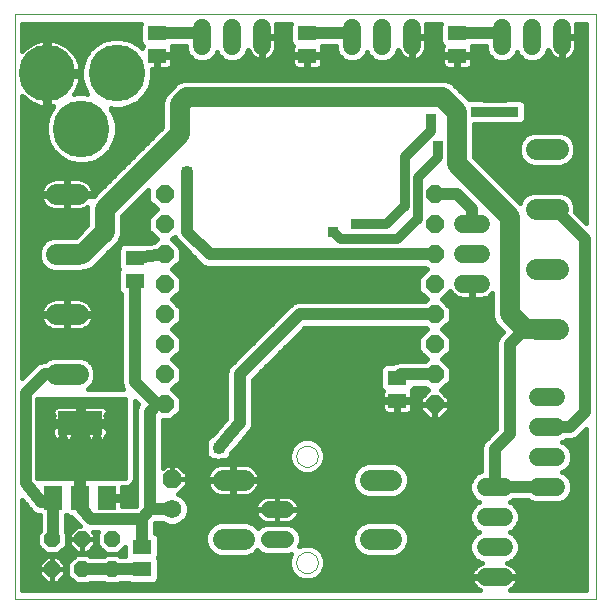
<source format=gbl>
G75*
%MOIN*%
%OFA0B0*%
%FSLAX24Y24*%
%IPPOS*%
%LPD*%
%AMOC8*
5,1,8,0,0,1.08239X$1,22.5*
%
%ADD10C,0.0000*%
%ADD11OC8,0.0520*%
%ADD12OC8,0.0620*%
%ADD13C,0.0620*%
%ADD14C,0.0560*%
%ADD15R,0.0630X0.0512*%
%ADD16C,0.0705*%
%ADD17C,0.0600*%
%ADD18OC8,0.0594*%
%ADD19C,0.1890*%
%ADD20R,0.0591X0.0787*%
%ADD21R,0.1496X0.0787*%
%ADD22C,0.0400*%
%ADD23C,0.0160*%
%ADD24R,0.0356X0.0356*%
%ADD25C,0.0320*%
%ADD26C,0.0660*%
%ADD27C,0.0317*%
D10*
X002107Y000113D02*
X002107Y019609D01*
X021477Y019609D01*
X021477Y000113D01*
X002107Y000113D01*
X011502Y001343D02*
X011504Y001380D01*
X011510Y001417D01*
X011519Y001453D01*
X011533Y001487D01*
X011550Y001520D01*
X011570Y001552D01*
X011593Y001581D01*
X011619Y001607D01*
X011648Y001630D01*
X011679Y001650D01*
X011713Y001667D01*
X011747Y001681D01*
X011783Y001690D01*
X011820Y001696D01*
X011857Y001698D01*
X011894Y001696D01*
X011931Y001690D01*
X011967Y001681D01*
X012001Y001667D01*
X012034Y001650D01*
X012066Y001630D01*
X012095Y001607D01*
X012121Y001581D01*
X012144Y001552D01*
X012164Y001521D01*
X012181Y001487D01*
X012195Y001453D01*
X012204Y001417D01*
X012210Y001380D01*
X012212Y001343D01*
X012210Y001306D01*
X012204Y001269D01*
X012195Y001233D01*
X012181Y001199D01*
X012164Y001166D01*
X012144Y001134D01*
X012121Y001105D01*
X012095Y001079D01*
X012066Y001056D01*
X012035Y001036D01*
X012001Y001019D01*
X011967Y001005D01*
X011931Y000996D01*
X011894Y000990D01*
X011857Y000988D01*
X011820Y000990D01*
X011783Y000996D01*
X011747Y001005D01*
X011713Y001019D01*
X011680Y001036D01*
X011648Y001056D01*
X011619Y001079D01*
X011593Y001105D01*
X011570Y001134D01*
X011550Y001165D01*
X011533Y001199D01*
X011519Y001233D01*
X011510Y001269D01*
X011504Y001306D01*
X011502Y001343D01*
X011502Y004883D02*
X011504Y004920D01*
X011510Y004957D01*
X011519Y004993D01*
X011533Y005027D01*
X011550Y005060D01*
X011570Y005092D01*
X011593Y005121D01*
X011619Y005147D01*
X011648Y005170D01*
X011679Y005190D01*
X011713Y005207D01*
X011747Y005221D01*
X011783Y005230D01*
X011820Y005236D01*
X011857Y005238D01*
X011894Y005236D01*
X011931Y005230D01*
X011967Y005221D01*
X012001Y005207D01*
X012034Y005190D01*
X012066Y005170D01*
X012095Y005147D01*
X012121Y005121D01*
X012144Y005092D01*
X012164Y005061D01*
X012181Y005027D01*
X012195Y004993D01*
X012204Y004957D01*
X012210Y004920D01*
X012212Y004883D01*
X012210Y004846D01*
X012204Y004809D01*
X012195Y004773D01*
X012181Y004739D01*
X012164Y004706D01*
X012144Y004674D01*
X012121Y004645D01*
X012095Y004619D01*
X012066Y004596D01*
X012035Y004576D01*
X012001Y004559D01*
X011967Y004545D01*
X011931Y004536D01*
X011894Y004530D01*
X011857Y004528D01*
X011820Y004530D01*
X011783Y004536D01*
X011747Y004545D01*
X011713Y004559D01*
X011680Y004576D01*
X011648Y004596D01*
X011619Y004619D01*
X011593Y004645D01*
X011570Y004674D01*
X011550Y004705D01*
X011533Y004739D01*
X011519Y004773D01*
X011510Y004809D01*
X011504Y004846D01*
X011502Y004883D01*
D11*
X005357Y002113D03*
X004357Y002113D03*
X003357Y002113D03*
X003357Y001113D03*
X004357Y001113D03*
X005357Y001113D03*
D12*
X007357Y004113D03*
D13*
X007357Y003113D03*
D14*
X010577Y003113D02*
X011137Y003113D01*
X011137Y002113D02*
X010577Y002113D01*
D15*
X006357Y001862D03*
X006357Y001113D03*
X014857Y006738D03*
X014857Y007487D03*
X006107Y010738D03*
X006107Y011487D03*
X006857Y018238D03*
X006857Y018987D03*
X011857Y018987D03*
X011857Y018238D03*
X016857Y018238D03*
X016857Y018987D03*
D16*
X019505Y015113D02*
X020210Y015113D01*
X020210Y013113D02*
X019505Y013113D01*
X019505Y011113D02*
X020210Y011113D01*
X020210Y009113D02*
X019505Y009113D01*
X014670Y004093D02*
X013965Y004093D01*
X013965Y002133D02*
X014670Y002133D01*
X009750Y002133D02*
X009045Y002133D01*
X009045Y004093D02*
X009750Y004093D01*
X004210Y007613D02*
X003505Y007613D01*
X003505Y009613D02*
X004210Y009613D01*
X004210Y011613D02*
X003505Y011613D01*
X003505Y013613D02*
X004210Y013613D01*
D17*
X008357Y018563D02*
X008357Y019163D01*
X009357Y019163D02*
X009357Y018563D01*
X010357Y018563D02*
X010357Y019163D01*
X013357Y019163D02*
X013357Y018563D01*
X014357Y018563D02*
X014357Y019163D01*
X015357Y019163D02*
X015357Y018563D01*
X018357Y018563D02*
X018357Y019163D01*
X019357Y019163D02*
X019357Y018563D01*
X020357Y018563D02*
X020357Y019163D01*
X017657Y012613D02*
X017057Y012613D01*
X017057Y011613D02*
X017657Y011613D01*
X017657Y010613D02*
X017057Y010613D01*
X019557Y006863D02*
X020157Y006863D01*
X020157Y005863D02*
X019557Y005863D01*
X019557Y004863D02*
X020157Y004863D01*
X020157Y003863D02*
X019557Y003863D01*
X018407Y003863D02*
X017807Y003863D01*
X017807Y002863D02*
X018407Y002863D01*
X018407Y001863D02*
X017807Y001863D01*
X017807Y000863D02*
X018407Y000863D01*
D18*
X016107Y006613D03*
X016107Y007613D03*
X016107Y008613D03*
X016107Y009613D03*
X016107Y010613D03*
X016107Y011613D03*
X016107Y012613D03*
X016107Y013613D03*
X007107Y013613D03*
X007107Y012613D03*
X007107Y011613D03*
X007107Y010613D03*
X007107Y009613D03*
X007107Y008613D03*
X007107Y007613D03*
X007107Y006613D03*
D19*
X004334Y015801D03*
X003192Y017652D03*
X005515Y017652D03*
D20*
X005200Y003497D03*
X004295Y003497D03*
X003389Y003497D03*
D21*
X004295Y005978D03*
D22*
X004295Y003497D01*
X004357Y003133D01*
X004347Y003123D01*
X004670Y002800D01*
X006357Y002800D01*
X006607Y003113D01*
X006607Y006363D01*
X006857Y006613D01*
X007107Y006613D01*
X006857Y006613D02*
X006107Y007363D01*
X006107Y010738D01*
X006107Y011487D02*
X007107Y011613D01*
X007857Y012363D02*
X008607Y011613D01*
X016107Y011613D01*
X017357Y012613D02*
X017357Y013113D01*
X016857Y013613D01*
X016107Y013613D01*
X020107Y013113D02*
X021107Y012113D01*
X021107Y006363D01*
X020607Y005863D01*
X019857Y005863D01*
X018607Y005613D02*
X018107Y005113D01*
X018107Y003863D01*
X019857Y003863D01*
X018607Y005613D02*
X018607Y008613D01*
X019107Y009113D01*
X016107Y009613D02*
X011607Y009613D01*
X009607Y007613D01*
X009607Y005988D01*
X009295Y005613D01*
X008920Y005175D01*
X007357Y003113D02*
X006607Y003113D01*
X006357Y002800D02*
X006357Y001862D01*
X006357Y001113D02*
X005483Y001113D01*
X005232Y001113D01*
X004357Y001113D01*
X003357Y002113D02*
X003385Y002328D01*
X003389Y002332D01*
X003389Y003497D01*
X003452Y003377D01*
X003437Y003363D01*
X002982Y003363D01*
X002482Y003988D01*
X002482Y006988D01*
X003107Y007613D01*
X003857Y007613D01*
X007857Y012363D02*
X007857Y014363D01*
X008357Y018863D02*
X008233Y018987D01*
X006857Y018987D01*
X011857Y018987D02*
X013233Y018988D01*
X013357Y018863D01*
X016857Y018987D02*
X018233Y018987D01*
X018357Y018863D01*
X016107Y007613D02*
X014981Y007613D01*
X014857Y007487D01*
D23*
X014302Y007562D02*
X010179Y007562D01*
X010047Y007430D02*
X011790Y009173D01*
X015788Y009173D01*
X015848Y009113D01*
X015570Y008835D01*
X015570Y008390D01*
X015848Y008113D01*
X015788Y008052D01*
X015067Y008052D01*
X015065Y008053D01*
X014980Y008052D01*
X014894Y008052D01*
X014892Y008052D01*
X014890Y008052D01*
X014811Y008018D01*
X014732Y007986D01*
X014731Y007984D01*
X014729Y007984D01*
X014728Y007982D01*
X014495Y007982D01*
X014406Y007946D01*
X014339Y007878D01*
X014302Y007790D01*
X014302Y007183D01*
X014339Y007095D01*
X014374Y007060D01*
X014362Y007018D01*
X014362Y006786D01*
X014809Y006786D01*
X014809Y006691D01*
X014362Y006691D01*
X014362Y006459D01*
X014375Y006413D01*
X014398Y006372D01*
X014432Y006339D01*
X014473Y006315D01*
X014519Y006303D01*
X014809Y006303D01*
X014809Y006691D01*
X014905Y006691D01*
X014905Y006786D01*
X015352Y006786D01*
X015352Y007018D01*
X015341Y007060D01*
X015376Y007095D01*
X015408Y007173D01*
X015788Y007173D01*
X015885Y007076D01*
X015896Y007076D01*
X015630Y006810D01*
X015630Y006631D01*
X016089Y006631D01*
X016089Y006594D01*
X016126Y006594D01*
X016126Y006631D01*
X016584Y006631D01*
X016584Y006810D01*
X016318Y007076D01*
X016330Y007076D01*
X016644Y007390D01*
X016644Y007835D01*
X016367Y008113D01*
X016644Y008390D01*
X016644Y008835D01*
X016367Y009113D01*
X016644Y009390D01*
X016644Y009835D01*
X016367Y010113D01*
X016636Y010382D01*
X016647Y010361D01*
X016691Y010300D01*
X016745Y010246D01*
X016806Y010202D01*
X016873Y010168D01*
X016945Y010144D01*
X017020Y010133D01*
X017337Y010133D01*
X017337Y010592D01*
X017377Y010592D01*
X017377Y010132D01*
X017695Y010133D01*
X017770Y010144D01*
X017842Y010168D01*
X017909Y010202D01*
X017970Y010246D01*
X018023Y010300D01*
X018037Y010319D01*
X018037Y009499D01*
X018124Y009290D01*
X018284Y009129D01*
X018393Y009021D01*
X018358Y008986D01*
X018234Y008862D01*
X018167Y008700D01*
X018167Y005795D01*
X017858Y005486D01*
X017734Y005362D01*
X017667Y005200D01*
X017667Y004389D01*
X017501Y004320D01*
X017349Y004168D01*
X017267Y003970D01*
X017267Y003755D01*
X017349Y003557D01*
X017501Y003405D01*
X017603Y003363D01*
X017501Y003320D01*
X017349Y003168D01*
X017267Y002970D01*
X017267Y002755D01*
X017349Y002557D01*
X017501Y002405D01*
X017603Y002363D01*
X017501Y002320D01*
X017349Y002168D01*
X017267Y001970D01*
X017267Y001755D01*
X017349Y001557D01*
X017501Y001405D01*
X017687Y001328D01*
X017623Y001307D01*
X017556Y001273D01*
X017495Y001229D01*
X017441Y001175D01*
X017397Y001114D01*
X017362Y001047D01*
X017339Y000975D01*
X017327Y000900D01*
X017327Y000883D01*
X018087Y000883D01*
X018087Y000842D01*
X017327Y000842D01*
X017327Y000825D01*
X017339Y000750D01*
X017362Y000678D01*
X017397Y000611D01*
X017441Y000550D01*
X017495Y000496D01*
X017556Y000452D01*
X017609Y000425D01*
X002357Y000425D01*
X002357Y003439D01*
X002600Y003136D01*
X002609Y003113D01*
X002654Y003069D01*
X002693Y003019D01*
X002715Y003007D01*
X002733Y002989D01*
X002791Y002965D01*
X002847Y002935D01*
X002872Y002932D01*
X002895Y002923D01*
X002936Y002923D01*
X002949Y002909D01*
X002949Y002426D01*
X002945Y002415D01*
X002945Y002407D01*
X002857Y002320D01*
X002857Y001905D01*
X003150Y001613D01*
X003564Y001613D01*
X003857Y001905D01*
X003857Y002320D01*
X003831Y002346D01*
X003832Y002358D01*
X003829Y002370D01*
X003829Y002909D01*
X003842Y002922D01*
X003864Y002900D01*
X003952Y002864D01*
X003984Y002864D01*
X004295Y002552D01*
X004175Y002552D01*
X003917Y002295D01*
X003917Y002113D01*
X004357Y002113D01*
X004357Y002112D01*
X004357Y002112D01*
X004357Y001673D01*
X004175Y001673D01*
X003917Y001930D01*
X003917Y002112D01*
X004357Y002112D01*
X004357Y001672D01*
X004540Y001673D01*
X004797Y001930D01*
X004797Y002112D01*
X004357Y002112D01*
X004357Y002113D01*
X004797Y002113D01*
X004797Y002295D01*
X004732Y002360D01*
X004898Y002360D01*
X004857Y002320D01*
X004857Y001905D01*
X005150Y001613D01*
X005564Y001613D01*
X005802Y001850D01*
X005802Y001558D01*
X005804Y001553D01*
X005623Y001553D01*
X005564Y001612D01*
X005150Y001612D01*
X005090Y001552D01*
X004624Y001552D01*
X004564Y001612D01*
X004150Y001612D01*
X003857Y001320D01*
X003857Y000905D01*
X004150Y000613D01*
X004564Y000613D01*
X004624Y000673D01*
X005090Y000673D01*
X005150Y000613D01*
X005564Y000613D01*
X005625Y000673D01*
X005887Y000673D01*
X005906Y000654D01*
X005995Y000618D01*
X006720Y000618D01*
X006808Y000654D01*
X006876Y000722D01*
X006912Y000810D01*
X006912Y001417D01*
X006883Y001488D01*
X006912Y001558D01*
X006912Y002165D01*
X006876Y002253D01*
X006808Y002321D01*
X006797Y002325D01*
X006797Y002646D01*
X006819Y002673D01*
X007019Y002673D01*
X007046Y002646D01*
X007248Y002563D01*
X007467Y002563D01*
X007669Y002646D01*
X007824Y002801D01*
X007907Y003003D01*
X007907Y003222D01*
X007824Y003424D01*
X007669Y003579D01*
X007561Y003623D01*
X007847Y003910D01*
X007847Y004112D01*
X007357Y004112D01*
X007357Y004113D01*
X007357Y004602D01*
X007154Y004602D01*
X007047Y004495D01*
X007047Y006076D01*
X007330Y006076D01*
X007644Y006390D01*
X007644Y006835D01*
X007367Y007113D01*
X007644Y007390D01*
X007644Y007835D01*
X007367Y008113D01*
X007644Y008390D01*
X007644Y008835D01*
X007367Y009113D01*
X007644Y009390D01*
X007644Y009835D01*
X007367Y010113D01*
X007644Y010390D01*
X007644Y010835D01*
X007367Y011113D01*
X007644Y011390D01*
X007644Y011835D01*
X007367Y012113D01*
X007450Y012196D01*
X007484Y012113D01*
X008234Y011363D01*
X008358Y011239D01*
X008520Y011173D01*
X015788Y011173D01*
X015848Y011113D01*
X015570Y010835D01*
X015570Y010390D01*
X015848Y010113D01*
X015788Y010052D01*
X011520Y010052D01*
X011358Y009986D01*
X011234Y009862D01*
X009234Y007862D01*
X009167Y007700D01*
X009167Y006147D01*
X008959Y005897D01*
X008699Y005593D01*
X008694Y005593D01*
X008606Y005557D01*
X008538Y005489D01*
X008502Y005401D01*
X008502Y005312D01*
X008474Y005229D01*
X008488Y005054D01*
X008502Y005027D01*
X008502Y004949D01*
X008538Y004861D01*
X008606Y004793D01*
X008694Y004757D01*
X008783Y004757D01*
X008866Y004730D01*
X009041Y004743D01*
X009068Y004757D01*
X009146Y004757D01*
X009234Y004793D01*
X009301Y004861D01*
X009338Y004949D01*
X009338Y004987D01*
X009574Y005262D01*
X009577Y005264D01*
X009631Y005328D01*
X009686Y005393D01*
X009687Y005396D01*
X009933Y005690D01*
X009980Y005738D01*
X009988Y005757D01*
X010001Y005773D01*
X010021Y005838D01*
X010047Y005900D01*
X010047Y005921D01*
X010053Y005940D01*
X010047Y006007D01*
X010047Y007430D01*
X010047Y007404D02*
X014302Y007404D01*
X014302Y007245D02*
X010047Y007245D01*
X010047Y007087D02*
X014347Y007087D01*
X014362Y006928D02*
X010047Y006928D01*
X010047Y006770D02*
X014809Y006770D01*
X014905Y006770D02*
X015630Y006770D01*
X015630Y006594D02*
X015630Y006415D01*
X015910Y006136D01*
X016089Y006136D01*
X016089Y006594D01*
X015630Y006594D01*
X015630Y006453D02*
X015351Y006453D01*
X015352Y006459D02*
X015352Y006691D01*
X014905Y006691D01*
X014905Y006303D01*
X015196Y006303D01*
X015242Y006315D01*
X015283Y006339D01*
X015316Y006372D01*
X015340Y006413D01*
X015352Y006459D01*
X015352Y006611D02*
X016089Y006611D01*
X016126Y006611D02*
X018167Y006611D01*
X018167Y006453D02*
X016584Y006453D01*
X016584Y006415D02*
X016584Y006594D01*
X016126Y006594D01*
X016126Y006136D01*
X016305Y006136D01*
X016584Y006415D01*
X016463Y006294D02*
X018167Y006294D01*
X018167Y006136D02*
X010047Y006136D01*
X010047Y006294D02*
X015751Y006294D01*
X016089Y006294D02*
X016126Y006294D01*
X016126Y006453D02*
X016089Y006453D01*
X016584Y006770D02*
X018167Y006770D01*
X018167Y006928D02*
X016466Y006928D01*
X016341Y007087D02*
X018167Y007087D01*
X018167Y007245D02*
X016499Y007245D01*
X016644Y007404D02*
X018167Y007404D01*
X018167Y007562D02*
X016644Y007562D01*
X016644Y007721D02*
X018167Y007721D01*
X018167Y007879D02*
X016600Y007879D01*
X016441Y008038D02*
X018167Y008038D01*
X018167Y008196D02*
X016450Y008196D01*
X016609Y008355D02*
X018167Y008355D01*
X018167Y008513D02*
X016644Y008513D01*
X016644Y008672D02*
X018167Y008672D01*
X018221Y008830D02*
X016644Y008830D01*
X016490Y008989D02*
X018361Y008989D01*
X018267Y009147D02*
X016401Y009147D01*
X016560Y009306D02*
X018117Y009306D01*
X018052Y009464D02*
X016644Y009464D01*
X016644Y009623D02*
X018037Y009623D01*
X018037Y009781D02*
X016644Y009781D01*
X016539Y009940D02*
X018037Y009940D01*
X018037Y010098D02*
X016381Y010098D01*
X016511Y010257D02*
X016734Y010257D01*
X017337Y010257D02*
X017377Y010257D01*
X017377Y010415D02*
X017337Y010415D01*
X017337Y010574D02*
X017377Y010574D01*
X017980Y010257D02*
X018037Y010257D01*
X015834Y010098D02*
X007381Y010098D01*
X007511Y010257D02*
X015704Y010257D01*
X015570Y010415D02*
X007644Y010415D01*
X007644Y010574D02*
X015570Y010574D01*
X015570Y010732D02*
X007644Y010732D01*
X007588Y010891D02*
X015626Y010891D01*
X015785Y011049D02*
X007430Y011049D01*
X007462Y011208D02*
X008435Y011208D01*
X008232Y011366D02*
X007620Y011366D01*
X007644Y011525D02*
X008073Y011525D01*
X007915Y011683D02*
X007644Y011683D01*
X007637Y011842D02*
X007756Y011842D01*
X007598Y012000D02*
X007479Y012000D01*
X007466Y012159D02*
X007413Y012159D01*
X006848Y012113D02*
X006746Y012010D01*
X006482Y011977D01*
X006470Y011982D01*
X005745Y011982D01*
X005656Y011946D01*
X005589Y011878D01*
X005552Y011790D01*
X005552Y011183D01*
X005581Y011112D01*
X005552Y011042D01*
X005552Y010435D01*
X005589Y010347D01*
X005656Y010279D01*
X005667Y010275D01*
X005667Y007275D01*
X005731Y007120D01*
X004555Y007120D01*
X004712Y007277D01*
X004802Y007495D01*
X004802Y007730D01*
X004712Y007948D01*
X004545Y008115D01*
X004328Y008205D01*
X003387Y008205D01*
X003169Y008115D01*
X003107Y008052D01*
X003020Y008052D01*
X002858Y007986D01*
X002357Y007485D01*
X002357Y016896D01*
X002441Y016812D01*
X002540Y016733D01*
X002647Y016666D01*
X002761Y016611D01*
X002880Y016569D01*
X003003Y016541D01*
X003112Y016529D01*
X003112Y017572D01*
X003272Y017572D01*
X003272Y017732D01*
X003112Y017732D01*
X003112Y018775D01*
X003003Y018763D01*
X002880Y018734D01*
X002761Y018693D01*
X002647Y018638D01*
X002540Y018571D01*
X002441Y018492D01*
X002357Y018408D01*
X002357Y019300D01*
X006306Y019300D01*
X006302Y019290D01*
X006302Y018683D01*
X006339Y018595D01*
X006374Y018560D01*
X006362Y018518D01*
X006362Y018480D01*
X006242Y018600D01*
X005972Y018756D01*
X005671Y018837D01*
X005359Y018837D01*
X005057Y018756D01*
X004787Y018600D01*
X004567Y018379D01*
X004411Y018109D01*
X004330Y017808D01*
X004330Y017496D01*
X004411Y017195D01*
X004538Y016973D01*
X004490Y016986D01*
X004178Y016986D01*
X004079Y016960D01*
X004111Y017000D01*
X004178Y017107D01*
X004233Y017221D01*
X004275Y017340D01*
X004303Y017463D01*
X004315Y017572D01*
X003272Y017572D01*
X003272Y016529D01*
X003381Y016541D01*
X003403Y016546D01*
X003386Y016529D01*
X003230Y016259D01*
X003149Y015957D01*
X003149Y015645D01*
X003230Y015344D01*
X003386Y015074D01*
X003606Y014853D01*
X003876Y014697D01*
X004178Y014617D01*
X004490Y014617D01*
X004791Y014697D01*
X005061Y014853D01*
X006042Y014853D01*
X006200Y015012D02*
X005219Y015012D01*
X005282Y015074D02*
X005061Y014853D01*
X005282Y015074D02*
X005438Y015344D01*
X005519Y015645D01*
X005519Y015957D01*
X005438Y016259D01*
X005310Y016480D01*
X005359Y016467D01*
X005671Y016467D01*
X005972Y016548D01*
X006242Y016704D01*
X006463Y016924D01*
X006619Y017195D01*
X006700Y017496D01*
X006700Y017803D01*
X006809Y017803D01*
X006809Y018191D01*
X006905Y018191D01*
X006905Y018286D01*
X007352Y018286D01*
X007352Y018518D01*
X007345Y018547D01*
X007817Y018547D01*
X007817Y018455D01*
X007899Y018257D01*
X008051Y018105D01*
X008250Y018023D01*
X008465Y018023D01*
X008663Y018105D01*
X008815Y018257D01*
X008857Y018359D01*
X008899Y018257D01*
X009051Y018105D01*
X009250Y018023D01*
X009465Y018023D01*
X009663Y018105D01*
X009815Y018257D01*
X009892Y018442D01*
X009912Y018378D01*
X009947Y018311D01*
X009991Y018250D01*
X010045Y018196D01*
X010106Y018152D01*
X010173Y018118D01*
X010245Y018094D01*
X010320Y018083D01*
X010337Y018083D01*
X010337Y018842D01*
X010377Y018842D01*
X010377Y018083D01*
X010395Y018083D01*
X010470Y018094D01*
X010542Y018118D01*
X010609Y018152D01*
X010670Y018196D01*
X010723Y018250D01*
X010768Y018311D01*
X010802Y018378D01*
X010825Y018450D01*
X010837Y018525D01*
X010837Y018842D01*
X010377Y018842D01*
X010377Y018883D01*
X010837Y018883D01*
X010837Y019200D01*
X010825Y019275D01*
X010817Y019300D01*
X011306Y019300D01*
X011302Y019290D01*
X011302Y018683D01*
X011339Y018595D01*
X011374Y018560D01*
X011362Y018518D01*
X011362Y018286D01*
X011809Y018286D01*
X011809Y018191D01*
X011362Y018191D01*
X011362Y017959D01*
X011375Y017913D01*
X011398Y017872D01*
X011432Y017839D01*
X011473Y017815D01*
X011519Y017803D01*
X011809Y017803D01*
X011809Y018191D01*
X011905Y018191D01*
X011905Y018286D01*
X012352Y018286D01*
X012352Y018518D01*
X012344Y018547D01*
X012817Y018548D01*
X012817Y018455D01*
X012899Y018257D01*
X013051Y018105D01*
X013250Y018023D01*
X013465Y018023D01*
X013663Y018105D01*
X013815Y018257D01*
X013857Y018359D01*
X013899Y018257D01*
X014051Y018105D01*
X014250Y018023D01*
X014465Y018023D01*
X014663Y018105D01*
X014815Y018257D01*
X014892Y018442D01*
X014912Y018378D01*
X014947Y018311D01*
X014991Y018250D01*
X015045Y018196D01*
X015106Y018152D01*
X015173Y018118D01*
X015245Y018094D01*
X015320Y018083D01*
X015337Y018083D01*
X015337Y018842D01*
X015377Y018842D01*
X015377Y018083D01*
X015395Y018083D01*
X015470Y018094D01*
X015542Y018118D01*
X015609Y018152D01*
X015670Y018196D01*
X015723Y018250D01*
X015768Y018311D01*
X015802Y018378D01*
X015825Y018450D01*
X015837Y018525D01*
X015837Y018842D01*
X015377Y018842D01*
X015377Y018883D01*
X015837Y018883D01*
X015837Y019200D01*
X015825Y019275D01*
X015817Y019300D01*
X016306Y019300D01*
X016302Y019290D01*
X016302Y018683D01*
X016339Y018595D01*
X016374Y018560D01*
X016362Y018518D01*
X016362Y018286D01*
X016809Y018286D01*
X016809Y018191D01*
X016362Y018191D01*
X016362Y017959D01*
X016375Y017913D01*
X016398Y017872D01*
X016432Y017839D01*
X016473Y017815D01*
X016519Y017803D01*
X016809Y017803D01*
X016809Y018191D01*
X016905Y018191D01*
X016905Y018286D01*
X017352Y018286D01*
X017352Y018518D01*
X017345Y018547D01*
X017817Y018547D01*
X017817Y018455D01*
X017899Y018257D01*
X018051Y018105D01*
X018250Y018023D01*
X018465Y018023D01*
X018663Y018105D01*
X018815Y018257D01*
X018857Y018359D01*
X018899Y018257D01*
X019051Y018105D01*
X019250Y018023D01*
X019465Y018023D01*
X019663Y018105D01*
X019815Y018257D01*
X019892Y018442D01*
X019912Y018378D01*
X019947Y018311D01*
X019991Y018250D01*
X020045Y018196D01*
X020106Y018152D01*
X020173Y018118D01*
X020245Y018094D01*
X020320Y018083D01*
X020337Y018083D01*
X020337Y018842D01*
X020377Y018842D01*
X020377Y018083D01*
X020395Y018083D01*
X020470Y018094D01*
X020542Y018118D01*
X020609Y018152D01*
X020670Y018196D01*
X020723Y018250D01*
X020768Y018311D01*
X020802Y018378D01*
X020825Y018450D01*
X020837Y018525D01*
X020837Y018842D01*
X020377Y018842D01*
X020377Y018883D01*
X020837Y018883D01*
X020837Y019200D01*
X020825Y019275D01*
X020817Y019300D01*
X021170Y019300D01*
X021170Y012672D01*
X020802Y013040D01*
X020802Y013230D01*
X020712Y013448D01*
X020545Y013615D01*
X020328Y013705D01*
X019387Y013705D01*
X019169Y013615D01*
X019002Y013448D01*
X018951Y013325D01*
X017427Y014849D01*
X017427Y015944D01*
X017708Y015944D01*
X017752Y015963D01*
X018463Y015963D01*
X018506Y015944D01*
X018958Y015944D01*
X019046Y015981D01*
X019114Y016048D01*
X019150Y016137D01*
X019150Y016588D01*
X019114Y016677D01*
X019046Y016744D01*
X018958Y016781D01*
X018506Y016781D01*
X018463Y016762D01*
X017752Y016762D01*
X017708Y016781D01*
X017256Y016781D01*
X017249Y016777D01*
X016841Y017185D01*
X016680Y017346D01*
X016471Y017432D01*
X007744Y017432D01*
X007534Y017346D01*
X007284Y017096D01*
X007124Y016935D01*
X007037Y016726D01*
X007037Y015849D01*
X004739Y013550D01*
X004742Y013571D01*
X004742Y013575D01*
X003895Y013575D01*
X003895Y013650D01*
X004742Y013650D01*
X004742Y013654D01*
X004729Y013737D01*
X004703Y013817D01*
X004665Y013892D01*
X004616Y013959D01*
X004557Y014019D01*
X004489Y014068D01*
X004414Y014106D01*
X004334Y014132D01*
X004252Y014145D01*
X003895Y014145D01*
X003895Y013650D01*
X003820Y013650D01*
X003820Y014145D01*
X003463Y014145D01*
X003380Y014132D01*
X003300Y014106D01*
X003226Y014068D01*
X003158Y014019D01*
X003099Y013959D01*
X003049Y013892D01*
X003011Y013817D01*
X002985Y013737D01*
X002972Y013654D01*
X002972Y013650D01*
X003820Y013650D01*
X003820Y013575D01*
X003895Y013575D01*
X003895Y013080D01*
X004252Y013080D01*
X004334Y013093D01*
X004414Y013119D01*
X004489Y013157D01*
X004537Y013192D01*
X004537Y012599D01*
X004144Y012205D01*
X003387Y012205D01*
X003169Y012115D01*
X003002Y011948D01*
X002912Y011730D01*
X002912Y011495D01*
X003002Y011277D01*
X003169Y011110D01*
X003387Y011020D01*
X004328Y011020D01*
X004382Y011043D01*
X004471Y011043D01*
X004680Y011129D01*
X004841Y011290D01*
X005591Y012040D01*
X005677Y012249D01*
X005677Y012876D01*
X006570Y013770D01*
X006570Y013390D01*
X006848Y013113D01*
X006570Y012835D01*
X006570Y012390D01*
X006848Y012113D01*
X006802Y012159D02*
X005640Y012159D01*
X005677Y012317D02*
X006644Y012317D01*
X006570Y012476D02*
X005677Y012476D01*
X005677Y012634D02*
X006570Y012634D01*
X006570Y012793D02*
X005677Y012793D01*
X005752Y012951D02*
X006687Y012951D01*
X006845Y013110D02*
X005910Y013110D01*
X006069Y013268D02*
X006693Y013268D01*
X006570Y013427D02*
X006227Y013427D01*
X006386Y013585D02*
X006570Y013585D01*
X006570Y013744D02*
X006544Y013744D01*
X005725Y014536D02*
X002357Y014536D01*
X002357Y014378D02*
X005566Y014378D01*
X005408Y014219D02*
X002357Y014219D01*
X002357Y014061D02*
X003215Y014061D01*
X003057Y013902D02*
X002357Y013902D01*
X002357Y013744D02*
X002987Y013744D01*
X002972Y013575D02*
X002972Y013571D01*
X002985Y013488D01*
X003011Y013408D01*
X003049Y013333D01*
X003099Y013266D01*
X003158Y013206D01*
X003226Y013157D01*
X003300Y013119D01*
X003380Y013093D01*
X003463Y013080D01*
X003820Y013080D01*
X003820Y013575D01*
X002972Y013575D01*
X003005Y013427D02*
X002357Y013427D01*
X002357Y013585D02*
X003820Y013585D01*
X003895Y013585D02*
X004774Y013585D01*
X004727Y013744D02*
X004932Y013744D01*
X005091Y013902D02*
X004658Y013902D01*
X004499Y014061D02*
X005249Y014061D01*
X004780Y014695D02*
X005883Y014695D01*
X006359Y015170D02*
X005337Y015170D01*
X005429Y015329D02*
X006517Y015329D01*
X006676Y015487D02*
X005476Y015487D01*
X005519Y015646D02*
X006834Y015646D01*
X006993Y015804D02*
X005519Y015804D01*
X005517Y015963D02*
X007037Y015963D01*
X007037Y016121D02*
X005475Y016121D01*
X005426Y016280D02*
X007037Y016280D01*
X007037Y016438D02*
X005334Y016438D01*
X006057Y016597D02*
X007037Y016597D01*
X007049Y016755D02*
X006294Y016755D01*
X006452Y016914D02*
X007115Y016914D01*
X007261Y017072D02*
X006548Y017072D01*
X006629Y017231D02*
X007419Y017231D01*
X007639Y017389D02*
X006671Y017389D01*
X006700Y017548D02*
X021170Y017548D01*
X021170Y017706D02*
X006700Y017706D01*
X006809Y017865D02*
X006905Y017865D01*
X006905Y017803D02*
X007196Y017803D01*
X007242Y017815D01*
X007283Y017839D01*
X007316Y017872D01*
X007340Y017913D01*
X007352Y017959D01*
X007352Y018191D01*
X006905Y018191D01*
X006905Y017803D01*
X006905Y018023D02*
X006809Y018023D01*
X006809Y018182D02*
X006905Y018182D01*
X007352Y018182D02*
X007975Y018182D01*
X007865Y018340D02*
X007352Y018340D01*
X007352Y018499D02*
X007817Y018499D01*
X008249Y018023D02*
X007352Y018023D01*
X007309Y017865D02*
X011406Y017865D01*
X011362Y018023D02*
X009466Y018023D01*
X009249Y018023D02*
X008466Y018023D01*
X008740Y018182D02*
X008975Y018182D01*
X008865Y018340D02*
X008850Y018340D01*
X009740Y018182D02*
X010065Y018182D01*
X009932Y018340D02*
X009850Y018340D01*
X010337Y018340D02*
X010377Y018340D01*
X010377Y018182D02*
X010337Y018182D01*
X010650Y018182D02*
X011362Y018182D01*
X011362Y018340D02*
X010783Y018340D01*
X010833Y018499D02*
X011362Y018499D01*
X011313Y018657D02*
X010837Y018657D01*
X010837Y018816D02*
X011302Y018816D01*
X011302Y018974D02*
X010837Y018974D01*
X010837Y019133D02*
X011302Y019133D01*
X011303Y019291D02*
X010820Y019291D01*
X010377Y018816D02*
X010337Y018816D01*
X010337Y018657D02*
X010377Y018657D01*
X010377Y018499D02*
X010337Y018499D01*
X011809Y018182D02*
X011905Y018182D01*
X011905Y018191D02*
X011905Y017803D01*
X012196Y017803D01*
X012242Y017815D01*
X012283Y017839D01*
X012316Y017872D01*
X012340Y017913D01*
X012352Y017959D01*
X012352Y018191D01*
X011905Y018191D01*
X011905Y018023D02*
X011809Y018023D01*
X011809Y017865D02*
X011905Y017865D01*
X012309Y017865D02*
X016406Y017865D01*
X016362Y018023D02*
X014466Y018023D01*
X014249Y018023D02*
X013466Y018023D01*
X013249Y018023D02*
X012352Y018023D01*
X012352Y018182D02*
X012975Y018182D01*
X012865Y018340D02*
X012352Y018340D01*
X012352Y018499D02*
X012817Y018499D01*
X013740Y018182D02*
X013975Y018182D01*
X013865Y018340D02*
X013850Y018340D01*
X014740Y018182D02*
X015065Y018182D01*
X014932Y018340D02*
X014850Y018340D01*
X015337Y018340D02*
X015377Y018340D01*
X015377Y018182D02*
X015337Y018182D01*
X015337Y018499D02*
X015377Y018499D01*
X015377Y018657D02*
X015337Y018657D01*
X015337Y018816D02*
X015377Y018816D01*
X015783Y018340D02*
X016362Y018340D01*
X016362Y018182D02*
X015650Y018182D01*
X015833Y018499D02*
X016362Y018499D01*
X016313Y018657D02*
X015837Y018657D01*
X015837Y018816D02*
X016302Y018816D01*
X016302Y018974D02*
X015837Y018974D01*
X015837Y019133D02*
X016302Y019133D01*
X016303Y019291D02*
X015820Y019291D01*
X016809Y018182D02*
X016905Y018182D01*
X016905Y018191D02*
X016905Y017803D01*
X017196Y017803D01*
X017242Y017815D01*
X017283Y017839D01*
X017316Y017872D01*
X017340Y017913D01*
X017352Y017959D01*
X017352Y018191D01*
X016905Y018191D01*
X016905Y018023D02*
X016809Y018023D01*
X016809Y017865D02*
X016905Y017865D01*
X017309Y017865D02*
X021170Y017865D01*
X021170Y018023D02*
X019466Y018023D01*
X019249Y018023D02*
X018466Y018023D01*
X018249Y018023D02*
X017352Y018023D01*
X017352Y018182D02*
X017975Y018182D01*
X017865Y018340D02*
X017352Y018340D01*
X017352Y018499D02*
X017817Y018499D01*
X018740Y018182D02*
X018975Y018182D01*
X018865Y018340D02*
X018850Y018340D01*
X019740Y018182D02*
X020065Y018182D01*
X019932Y018340D02*
X019850Y018340D01*
X020337Y018340D02*
X020377Y018340D01*
X020377Y018182D02*
X020337Y018182D01*
X020650Y018182D02*
X021170Y018182D01*
X021170Y018340D02*
X020783Y018340D01*
X020833Y018499D02*
X021170Y018499D01*
X021170Y018657D02*
X020837Y018657D01*
X020837Y018816D02*
X021170Y018816D01*
X021170Y018974D02*
X020837Y018974D01*
X020837Y019133D02*
X021170Y019133D01*
X021170Y019291D02*
X020820Y019291D01*
X020377Y018816D02*
X020337Y018816D01*
X020337Y018657D02*
X020377Y018657D01*
X020377Y018499D02*
X020337Y018499D01*
X021170Y017389D02*
X016576Y017389D01*
X016795Y017231D02*
X021170Y017231D01*
X021170Y017072D02*
X016954Y017072D01*
X017112Y016914D02*
X021170Y016914D01*
X021170Y016755D02*
X019020Y016755D01*
X019147Y016597D02*
X021170Y016597D01*
X021170Y016438D02*
X019150Y016438D01*
X019150Y016280D02*
X021170Y016280D01*
X021170Y016121D02*
X019144Y016121D01*
X019002Y015963D02*
X021170Y015963D01*
X021170Y015804D02*
X017427Y015804D01*
X017427Y015646D02*
X019243Y015646D01*
X019169Y015615D02*
X019002Y015448D01*
X018912Y015230D01*
X018912Y014995D01*
X019002Y014777D01*
X019169Y014610D01*
X019387Y014520D01*
X020328Y014520D01*
X020545Y014610D01*
X020712Y014777D01*
X020802Y014995D01*
X020802Y015230D01*
X020712Y015448D01*
X020545Y015615D01*
X020328Y015705D01*
X019387Y015705D01*
X019169Y015615D01*
X019041Y015487D02*
X017427Y015487D01*
X017427Y015329D02*
X018953Y015329D01*
X018912Y015170D02*
X017427Y015170D01*
X017427Y015012D02*
X018912Y015012D01*
X018971Y014853D02*
X017427Y014853D01*
X017581Y014695D02*
X019085Y014695D01*
X019348Y014536D02*
X017740Y014536D01*
X017898Y014378D02*
X021170Y014378D01*
X021170Y014536D02*
X020366Y014536D01*
X020630Y014695D02*
X021170Y014695D01*
X021170Y014853D02*
X020744Y014853D01*
X020802Y015012D02*
X021170Y015012D01*
X021170Y015170D02*
X020802Y015170D01*
X020762Y015329D02*
X021170Y015329D01*
X021170Y015487D02*
X020673Y015487D01*
X020471Y015646D02*
X021170Y015646D01*
X021170Y014219D02*
X018057Y014219D01*
X018215Y014061D02*
X021170Y014061D01*
X021170Y013902D02*
X018374Y013902D01*
X018532Y013744D02*
X021170Y013744D01*
X021170Y013585D02*
X020575Y013585D01*
X020721Y013427D02*
X021170Y013427D01*
X021170Y013268D02*
X020787Y013268D01*
X020802Y013110D02*
X021170Y013110D01*
X021170Y012951D02*
X020891Y012951D01*
X021050Y012793D02*
X021170Y012793D01*
X019139Y013585D02*
X018691Y013585D01*
X018849Y013427D02*
X018994Y013427D01*
X015814Y009147D02*
X011764Y009147D01*
X011606Y008989D02*
X015724Y008989D01*
X015570Y008830D02*
X011447Y008830D01*
X011289Y008672D02*
X015570Y008672D01*
X015570Y008513D02*
X011130Y008513D01*
X010972Y008355D02*
X015606Y008355D01*
X015765Y008196D02*
X010813Y008196D01*
X010655Y008038D02*
X014857Y008038D01*
X014340Y007879D02*
X010496Y007879D01*
X010338Y007721D02*
X014302Y007721D01*
X015368Y007087D02*
X015874Y007087D01*
X015748Y006928D02*
X015352Y006928D01*
X014905Y006611D02*
X014809Y006611D01*
X014809Y006453D02*
X014905Y006453D01*
X014364Y006453D02*
X010047Y006453D01*
X010047Y006611D02*
X014362Y006611D01*
X014788Y004685D02*
X013847Y004685D01*
X013629Y004595D01*
X013462Y004428D01*
X013372Y004210D01*
X013372Y003975D01*
X013462Y003757D01*
X013629Y003590D01*
X013847Y003500D01*
X014788Y003500D01*
X015005Y003590D01*
X015172Y003757D01*
X015262Y003975D01*
X015262Y004210D01*
X015172Y004428D01*
X015005Y004595D01*
X014788Y004685D01*
X015050Y004551D02*
X017667Y004551D01*
X017667Y004709D02*
X012429Y004709D01*
X012452Y004764D02*
X012362Y004545D01*
X012194Y004378D01*
X011976Y004288D01*
X011739Y004288D01*
X011520Y004378D01*
X011353Y004545D01*
X011262Y004764D01*
X011262Y005001D01*
X011353Y005220D01*
X011520Y005387D01*
X011739Y005477D01*
X011976Y005477D01*
X012194Y005387D01*
X012362Y005220D01*
X012452Y005001D01*
X012452Y004764D01*
X012452Y004868D02*
X017667Y004868D01*
X017667Y005026D02*
X012442Y005026D01*
X012376Y005185D02*
X017667Y005185D01*
X017727Y005343D02*
X012238Y005343D01*
X011476Y005343D02*
X009643Y005343D01*
X009775Y005502D02*
X017874Y005502D01*
X018033Y005660D02*
X009907Y005660D01*
X010015Y005819D02*
X018167Y005819D01*
X018167Y005977D02*
X010050Y005977D01*
X009158Y006136D02*
X007390Y006136D01*
X007548Y006294D02*
X009167Y006294D01*
X009167Y006453D02*
X007644Y006453D01*
X007644Y006611D02*
X009167Y006611D01*
X009167Y006770D02*
X007644Y006770D01*
X007551Y006928D02*
X009167Y006928D01*
X009167Y007087D02*
X007392Y007087D01*
X007499Y007245D02*
X009167Y007245D01*
X009167Y007404D02*
X007644Y007404D01*
X007644Y007562D02*
X009167Y007562D01*
X009176Y007721D02*
X007644Y007721D01*
X007600Y007879D02*
X009252Y007879D01*
X009410Y008038D02*
X007441Y008038D01*
X007450Y008196D02*
X009569Y008196D01*
X009727Y008355D02*
X007609Y008355D01*
X007644Y008513D02*
X009886Y008513D01*
X010044Y008672D02*
X007644Y008672D01*
X007644Y008830D02*
X010203Y008830D01*
X010361Y008989D02*
X007490Y008989D01*
X007401Y009147D02*
X010520Y009147D01*
X010678Y009306D02*
X007560Y009306D01*
X007644Y009464D02*
X010837Y009464D01*
X010995Y009623D02*
X007644Y009623D01*
X007644Y009781D02*
X011154Y009781D01*
X011312Y009940D02*
X007539Y009940D01*
X005667Y009940D02*
X004630Y009940D01*
X004616Y009959D02*
X004665Y009892D01*
X004703Y009817D01*
X004729Y009737D01*
X004742Y009654D01*
X004742Y009650D01*
X003895Y009650D01*
X003895Y009575D01*
X004742Y009575D01*
X004742Y009571D01*
X004729Y009488D01*
X004703Y009408D01*
X004665Y009333D01*
X004616Y009266D01*
X004557Y009206D01*
X004489Y009157D01*
X004414Y009119D01*
X004334Y009093D01*
X004252Y009080D01*
X003895Y009080D01*
X003895Y009575D01*
X003820Y009575D01*
X003820Y009080D01*
X003463Y009080D01*
X003380Y009093D01*
X003300Y009119D01*
X003226Y009157D01*
X003158Y009206D01*
X003099Y009266D01*
X003049Y009333D01*
X003011Y009408D01*
X002985Y009488D01*
X002972Y009571D01*
X002972Y009575D01*
X003820Y009575D01*
X003820Y009650D01*
X003820Y010145D01*
X003463Y010145D01*
X003380Y010132D01*
X003300Y010106D01*
X003226Y010068D01*
X003158Y010019D01*
X003099Y009959D01*
X003049Y009892D01*
X003011Y009817D01*
X002985Y009737D01*
X002972Y009654D01*
X002972Y009650D01*
X003820Y009650D01*
X003895Y009650D01*
X003895Y010145D01*
X004252Y010145D01*
X004334Y010132D01*
X004414Y010106D01*
X004489Y010068D01*
X004557Y010019D01*
X004616Y009959D01*
X004715Y009781D02*
X005667Y009781D01*
X005667Y009623D02*
X003895Y009623D01*
X003820Y009623D02*
X002357Y009623D01*
X002357Y009781D02*
X003000Y009781D01*
X003084Y009940D02*
X002357Y009940D01*
X002357Y010098D02*
X003285Y010098D01*
X003820Y010098D02*
X003895Y010098D01*
X003895Y009940D02*
X003820Y009940D01*
X003820Y009781D02*
X003895Y009781D01*
X003895Y009464D02*
X003820Y009464D01*
X003820Y009306D02*
X003895Y009306D01*
X003895Y009147D02*
X003820Y009147D01*
X003245Y009147D02*
X002357Y009147D01*
X002357Y008989D02*
X005667Y008989D01*
X005667Y009147D02*
X004469Y009147D01*
X004645Y009306D02*
X005667Y009306D01*
X005667Y009464D02*
X004721Y009464D01*
X004430Y010098D02*
X005667Y010098D01*
X005667Y010257D02*
X002357Y010257D01*
X002357Y010415D02*
X005561Y010415D01*
X005552Y010574D02*
X002357Y010574D01*
X002357Y010732D02*
X005552Y010732D01*
X005552Y010891D02*
X002357Y010891D01*
X002357Y011049D02*
X003317Y011049D01*
X003072Y011208D02*
X002357Y011208D01*
X002357Y011366D02*
X002966Y011366D01*
X002912Y011525D02*
X002357Y011525D01*
X002357Y011683D02*
X002912Y011683D01*
X002958Y011842D02*
X002357Y011842D01*
X002357Y012000D02*
X003054Y012000D01*
X003275Y012159D02*
X002357Y012159D01*
X002357Y012317D02*
X004256Y012317D01*
X004414Y012476D02*
X002357Y012476D01*
X002357Y012634D02*
X004537Y012634D01*
X004537Y012793D02*
X002357Y012793D01*
X002357Y012951D02*
X004537Y012951D01*
X004537Y013110D02*
X004385Y013110D01*
X003895Y013110D02*
X003820Y013110D01*
X003820Y013268D02*
X003895Y013268D01*
X003895Y013427D02*
X003820Y013427D01*
X003820Y013744D02*
X003895Y013744D01*
X003895Y013902D02*
X003820Y013902D01*
X003820Y014061D02*
X003895Y014061D01*
X003887Y014695D02*
X002357Y014695D01*
X002357Y014853D02*
X003607Y014853D01*
X003448Y015012D02*
X002357Y015012D01*
X002357Y015170D02*
X003330Y015170D01*
X003239Y015329D02*
X002357Y015329D01*
X002357Y015487D02*
X003191Y015487D01*
X003149Y015646D02*
X002357Y015646D01*
X002357Y015804D02*
X003149Y015804D01*
X003150Y015963D02*
X002357Y015963D01*
X002357Y016121D02*
X003193Y016121D01*
X003241Y016280D02*
X002357Y016280D01*
X002357Y016438D02*
X003333Y016438D01*
X003272Y016597D02*
X003112Y016597D01*
X003112Y016755D02*
X003272Y016755D01*
X003272Y016914D02*
X003112Y016914D01*
X003112Y017072D02*
X003272Y017072D01*
X003272Y017231D02*
X003112Y017231D01*
X003112Y017389D02*
X003272Y017389D01*
X003272Y017548D02*
X003112Y017548D01*
X003272Y017706D02*
X004330Y017706D01*
X004315Y017732D02*
X004303Y017841D01*
X004275Y017964D01*
X004233Y018083D01*
X004178Y018197D01*
X004111Y018304D01*
X004032Y018403D01*
X003943Y018492D01*
X003844Y018571D01*
X003737Y018638D01*
X003623Y018693D01*
X003504Y018734D01*
X003381Y018763D01*
X003272Y018775D01*
X003272Y017732D01*
X004315Y017732D01*
X004297Y017865D02*
X004345Y017865D01*
X004388Y018023D02*
X004254Y018023D01*
X004185Y018182D02*
X004452Y018182D01*
X004544Y018340D02*
X004082Y018340D01*
X003934Y018499D02*
X004686Y018499D01*
X004886Y018657D02*
X003697Y018657D01*
X003272Y018657D02*
X003112Y018657D01*
X003112Y018499D02*
X003272Y018499D01*
X003272Y018340D02*
X003112Y018340D01*
X003112Y018182D02*
X003272Y018182D01*
X003272Y018023D02*
X003112Y018023D01*
X003112Y017865D02*
X003272Y017865D01*
X002449Y018499D02*
X002357Y018499D01*
X002357Y018657D02*
X002687Y018657D01*
X002357Y018816D02*
X005280Y018816D01*
X005750Y018816D02*
X006302Y018816D01*
X006302Y018974D02*
X002357Y018974D01*
X002357Y019133D02*
X006302Y019133D01*
X006303Y019291D02*
X002357Y019291D01*
X004312Y017548D02*
X004330Y017548D01*
X004359Y017389D02*
X004286Y017389D01*
X004236Y017231D02*
X004401Y017231D01*
X004481Y017072D02*
X004156Y017072D01*
X002802Y016597D02*
X002357Y016597D01*
X002357Y016755D02*
X002512Y016755D01*
X006144Y018657D02*
X006313Y018657D01*
X006344Y018499D02*
X006362Y018499D01*
X003097Y013268D02*
X002357Y013268D01*
X002357Y013110D02*
X003330Y013110D01*
X005075Y011525D02*
X005552Y011525D01*
X005552Y011683D02*
X005234Y011683D01*
X005392Y011842D02*
X005574Y011842D01*
X005551Y012000D02*
X006663Y012000D01*
X005552Y011366D02*
X004917Y011366D01*
X004841Y011290D02*
X004841Y011290D01*
X004758Y011208D02*
X005552Y011208D01*
X005555Y011049D02*
X004486Y011049D01*
X002993Y009464D02*
X002357Y009464D01*
X002357Y009306D02*
X003070Y009306D01*
X002357Y008830D02*
X005667Y008830D01*
X005667Y008672D02*
X002357Y008672D01*
X002357Y008513D02*
X005667Y008513D01*
X005667Y008355D02*
X002357Y008355D01*
X002357Y008196D02*
X003365Y008196D01*
X002984Y008038D02*
X002357Y008038D01*
X002357Y007879D02*
X002752Y007879D01*
X002593Y007721D02*
X002357Y007721D01*
X002357Y007562D02*
X002435Y007562D01*
X002862Y006800D02*
X005795Y006800D01*
X005795Y004175D01*
X002862Y004175D01*
X002862Y006800D01*
X002862Y006770D02*
X005795Y006770D01*
X005795Y006611D02*
X002862Y006611D01*
X002862Y006453D02*
X003386Y006453D01*
X003379Y006441D02*
X003367Y006395D01*
X003367Y006058D01*
X004215Y006058D01*
X004215Y006551D01*
X003523Y006551D01*
X003477Y006539D01*
X003436Y006515D01*
X003403Y006482D01*
X003379Y006441D01*
X003367Y006294D02*
X002862Y006294D01*
X002862Y006136D02*
X003367Y006136D01*
X003367Y005898D02*
X003367Y005560D01*
X003379Y005514D01*
X003403Y005473D01*
X003436Y005440D01*
X003477Y005416D01*
X003523Y005404D01*
X004215Y005404D01*
X004215Y005898D01*
X003367Y005898D01*
X003367Y005819D02*
X002862Y005819D01*
X002862Y005977D02*
X004215Y005977D01*
X004215Y005898D02*
X004215Y006058D01*
X004375Y006058D01*
X004375Y006551D01*
X005067Y006551D01*
X005112Y006539D01*
X005153Y006515D01*
X005187Y006482D01*
X005211Y006441D01*
X005223Y006395D01*
X005223Y006058D01*
X004375Y006058D01*
X004375Y005898D01*
X005223Y005898D01*
X005223Y005560D01*
X005211Y005514D01*
X005187Y005473D01*
X005153Y005440D01*
X005112Y005416D01*
X005067Y005404D01*
X004375Y005404D01*
X004375Y005898D01*
X004215Y005898D01*
X004215Y005819D02*
X004375Y005819D01*
X004375Y005977D02*
X005795Y005977D01*
X005795Y005819D02*
X005223Y005819D01*
X005223Y005660D02*
X005795Y005660D01*
X005795Y005502D02*
X005203Y005502D01*
X005795Y005343D02*
X002862Y005343D01*
X002862Y005185D02*
X005795Y005185D01*
X005795Y005026D02*
X002862Y005026D01*
X002862Y004868D02*
X005795Y004868D01*
X005795Y004709D02*
X002862Y004709D01*
X002862Y004551D02*
X005795Y004551D01*
X005795Y004392D02*
X002862Y004392D01*
X002862Y004234D02*
X005795Y004234D01*
X006115Y004234D02*
X006167Y004234D01*
X006115Y004111D02*
X006066Y003994D01*
X005976Y003904D01*
X005858Y003855D01*
X005676Y003855D01*
X005676Y003565D01*
X005268Y003565D01*
X005268Y003430D01*
X005676Y003430D01*
X005676Y003240D01*
X006146Y003240D01*
X006167Y003267D01*
X006167Y006450D01*
X006234Y006612D01*
X006235Y006613D01*
X006115Y006733D01*
X006115Y004111D01*
X006100Y004075D02*
X006167Y004075D01*
X006167Y003917D02*
X005989Y003917D01*
X006167Y003758D02*
X005676Y003758D01*
X005676Y003600D02*
X006167Y003600D01*
X006167Y003441D02*
X005268Y003441D01*
X005676Y003283D02*
X006167Y003283D01*
X006800Y002649D02*
X007043Y002649D01*
X006797Y002490D02*
X008564Y002490D01*
X008542Y002468D02*
X008452Y002250D01*
X008452Y002015D01*
X008542Y001797D01*
X008709Y001630D01*
X008927Y001540D01*
X009868Y001540D01*
X010085Y001630D01*
X010205Y001750D01*
X010283Y001672D01*
X010474Y001593D01*
X011241Y001593D01*
X011333Y001631D01*
X011262Y001461D01*
X011262Y001224D01*
X011353Y001005D01*
X011520Y000838D01*
X011739Y000748D01*
X011976Y000748D01*
X012194Y000838D01*
X012362Y001005D01*
X012452Y001224D01*
X012452Y001461D01*
X012362Y001680D01*
X012194Y001847D01*
X011976Y001937D01*
X011739Y001937D01*
X011605Y001882D01*
X011657Y002009D01*
X011657Y002216D01*
X011578Y002407D01*
X011432Y002553D01*
X011241Y002632D01*
X010474Y002632D01*
X010283Y002553D01*
X010225Y002495D01*
X010085Y002635D01*
X009868Y002725D01*
X008927Y002725D01*
X008709Y002635D01*
X008542Y002468D01*
X008486Y002332D02*
X006797Y002332D01*
X006909Y002173D02*
X008452Y002173D01*
X008452Y002015D02*
X006912Y002015D01*
X006912Y001856D02*
X008518Y001856D01*
X008642Y001698D02*
X006912Y001698D01*
X006904Y001539D02*
X011295Y001539D01*
X011262Y001381D02*
X006912Y001381D01*
X006912Y001222D02*
X011263Y001222D01*
X011329Y001064D02*
X006912Y001064D01*
X006912Y000905D02*
X011453Y000905D01*
X012261Y000905D02*
X017328Y000905D01*
X017340Y000747D02*
X006886Y000747D01*
X005802Y001698D02*
X005649Y001698D01*
X005065Y001698D02*
X004565Y001698D01*
X004357Y001698D02*
X004357Y001698D01*
X004357Y001856D02*
X004357Y001856D01*
X004357Y002015D02*
X004357Y002015D01*
X004150Y001698D02*
X003649Y001698D01*
X003540Y001552D02*
X003357Y001552D01*
X003175Y001552D01*
X002917Y001295D01*
X002917Y001113D01*
X003357Y001113D01*
X003357Y001552D01*
X003357Y001113D01*
X003357Y001113D01*
X003357Y001112D01*
X003357Y001112D01*
X003357Y000673D01*
X003175Y000673D01*
X002917Y000930D01*
X002917Y001112D01*
X003357Y001112D01*
X003357Y000672D01*
X003540Y000673D01*
X003797Y000930D01*
X003797Y001112D01*
X003357Y001112D01*
X003357Y001113D01*
X003797Y001113D01*
X003797Y001295D01*
X003540Y001552D01*
X003553Y001539D02*
X004077Y001539D01*
X003918Y001381D02*
X003712Y001381D01*
X003797Y001222D02*
X003857Y001222D01*
X003857Y001064D02*
X003797Y001064D01*
X003772Y000905D02*
X003858Y000905D01*
X004016Y000747D02*
X003614Y000747D01*
X003357Y000747D02*
X003357Y000747D01*
X003357Y000905D02*
X003357Y000905D01*
X003357Y001064D02*
X003357Y001064D01*
X003357Y001222D02*
X003357Y001222D01*
X003357Y001381D02*
X003357Y001381D01*
X003357Y001539D02*
X003357Y001539D01*
X003162Y001539D02*
X002357Y001539D01*
X002357Y001381D02*
X003003Y001381D01*
X002917Y001222D02*
X002357Y001222D01*
X002357Y001064D02*
X002917Y001064D01*
X002943Y000905D02*
X002357Y000905D01*
X002357Y000747D02*
X003101Y000747D01*
X002357Y000588D02*
X017413Y000588D01*
X017600Y000430D02*
X002357Y000430D01*
X002357Y001698D02*
X003065Y001698D01*
X002907Y001856D02*
X002357Y001856D01*
X002357Y002015D02*
X002857Y002015D01*
X002857Y002173D02*
X002357Y002173D01*
X002357Y002332D02*
X002869Y002332D01*
X002949Y002490D02*
X002357Y002490D01*
X002357Y002649D02*
X002949Y002649D01*
X002949Y002807D02*
X002357Y002807D01*
X002357Y002966D02*
X002791Y002966D01*
X002605Y003124D02*
X002357Y003124D01*
X002357Y003283D02*
X002483Y003283D01*
X003829Y002807D02*
X004041Y002807D01*
X004199Y002649D02*
X003829Y002649D01*
X003829Y002490D02*
X004113Y002490D01*
X003954Y002332D02*
X003845Y002332D01*
X003857Y002173D02*
X003917Y002173D01*
X003917Y002015D02*
X003857Y002015D01*
X003808Y001856D02*
X003992Y001856D01*
X004723Y001856D02*
X004907Y001856D01*
X004857Y002015D02*
X004797Y002015D01*
X004797Y002173D02*
X004857Y002173D01*
X004869Y002332D02*
X004761Y002332D01*
X006115Y004392D02*
X006167Y004392D01*
X006167Y004551D02*
X006115Y004551D01*
X006115Y004709D02*
X006167Y004709D01*
X006167Y004868D02*
X006115Y004868D01*
X006115Y005026D02*
X006167Y005026D01*
X006167Y005185D02*
X006115Y005185D01*
X006115Y005343D02*
X006167Y005343D01*
X006167Y005502D02*
X006115Y005502D01*
X006115Y005660D02*
X006167Y005660D01*
X006167Y005819D02*
X006115Y005819D01*
X006115Y005977D02*
X006167Y005977D01*
X006167Y006136D02*
X006115Y006136D01*
X006115Y006294D02*
X006167Y006294D01*
X006168Y006453D02*
X006115Y006453D01*
X006115Y006611D02*
X006234Y006611D01*
X005795Y006453D02*
X005204Y006453D01*
X005223Y006294D02*
X005795Y006294D01*
X005795Y006136D02*
X005223Y006136D01*
X004375Y006136D02*
X004215Y006136D01*
X004215Y006294D02*
X004375Y006294D01*
X004375Y006453D02*
X004215Y006453D01*
X004215Y005660D02*
X004375Y005660D01*
X004375Y005502D02*
X004215Y005502D01*
X003387Y005502D02*
X002862Y005502D01*
X002862Y005660D02*
X003367Y005660D01*
X004680Y007245D02*
X005680Y007245D01*
X005667Y007404D02*
X004765Y007404D01*
X004802Y007562D02*
X005667Y007562D01*
X005667Y007721D02*
X004802Y007721D01*
X004741Y007879D02*
X005667Y007879D01*
X005667Y008038D02*
X004623Y008038D01*
X004349Y008196D02*
X005667Y008196D01*
X007047Y005977D02*
X009026Y005977D01*
X008892Y005819D02*
X007047Y005819D01*
X007047Y005660D02*
X008756Y005660D01*
X008551Y005502D02*
X007047Y005502D01*
X007047Y005343D02*
X008502Y005343D01*
X008478Y005185D02*
X007047Y005185D01*
X007047Y005026D02*
X008502Y005026D01*
X008535Y004868D02*
X007047Y004868D01*
X007047Y004709D02*
X011285Y004709D01*
X011262Y004868D02*
X009304Y004868D01*
X009372Y005026D02*
X011273Y005026D01*
X011338Y005185D02*
X009507Y005185D01*
X009435Y004625D02*
X009435Y004130D01*
X010282Y004130D01*
X010282Y004134D01*
X010269Y004217D01*
X010243Y004297D01*
X010205Y004372D01*
X010156Y004439D01*
X010097Y004499D01*
X010029Y004548D01*
X009954Y004586D01*
X009874Y004612D01*
X009792Y004625D01*
X009435Y004625D01*
X009435Y004551D02*
X009360Y004551D01*
X009360Y004625D02*
X009003Y004625D01*
X008920Y004612D01*
X008840Y004586D01*
X008766Y004548D01*
X008698Y004499D01*
X008639Y004439D01*
X008589Y004372D01*
X008551Y004297D01*
X008525Y004217D01*
X008512Y004134D01*
X008512Y004130D01*
X009360Y004130D01*
X009360Y004625D01*
X009360Y004392D02*
X009435Y004392D01*
X009435Y004234D02*
X009360Y004234D01*
X009360Y004130D02*
X009435Y004130D01*
X009435Y004055D01*
X010282Y004055D01*
X010282Y004051D01*
X010269Y003968D01*
X010243Y003888D01*
X010205Y003813D01*
X010156Y003746D01*
X010097Y003686D01*
X010029Y003637D01*
X009954Y003599D01*
X009874Y003573D01*
X009792Y003560D01*
X009435Y003560D01*
X009435Y004055D01*
X009360Y004055D01*
X009360Y003560D01*
X009003Y003560D01*
X008920Y003573D01*
X008840Y003599D01*
X008766Y003637D01*
X008698Y003686D01*
X008639Y003746D01*
X008589Y003813D01*
X008551Y003888D01*
X008525Y003968D01*
X008512Y004051D01*
X008512Y004055D01*
X009360Y004055D01*
X009360Y004130D01*
X009360Y004075D02*
X007847Y004075D01*
X007847Y004113D02*
X007847Y004315D01*
X007560Y004602D01*
X007357Y004602D01*
X007357Y004113D01*
X007357Y004113D01*
X007847Y004113D01*
X007847Y004234D02*
X008531Y004234D01*
X008604Y004392D02*
X007771Y004392D01*
X007612Y004551D02*
X008771Y004551D01*
X008542Y003917D02*
X007847Y003917D01*
X007696Y003758D02*
X008630Y003758D01*
X008839Y003600D02*
X007619Y003600D01*
X007807Y003441D02*
X010255Y003441D01*
X010278Y003463D02*
X010226Y003412D01*
X010184Y003354D01*
X010151Y003289D01*
X010129Y003220D01*
X010117Y003149D01*
X010117Y003123D01*
X010847Y003123D01*
X010847Y003572D01*
X010541Y003572D01*
X010470Y003561D01*
X010401Y003539D01*
X010336Y003506D01*
X010278Y003463D01*
X010149Y003283D02*
X007882Y003283D01*
X007907Y003124D02*
X010117Y003124D01*
X010117Y003102D02*
X010117Y003076D01*
X010129Y003005D01*
X010151Y002936D01*
X010184Y002871D01*
X010226Y002813D01*
X010278Y002762D01*
X010336Y002719D01*
X010401Y002686D01*
X010470Y002664D01*
X010541Y002653D01*
X010847Y002653D01*
X010847Y003102D01*
X010867Y003102D01*
X010867Y002652D01*
X011173Y002653D01*
X011245Y002664D01*
X011314Y002686D01*
X011378Y002719D01*
X011437Y002762D01*
X011488Y002813D01*
X011531Y002871D01*
X011564Y002936D01*
X011586Y003005D01*
X011597Y003076D01*
X011597Y003102D01*
X010867Y003102D01*
X010867Y003123D01*
X010847Y003123D01*
X010847Y003102D01*
X010117Y003102D01*
X010141Y002966D02*
X007892Y002966D01*
X007826Y002807D02*
X010232Y002807D01*
X010052Y002649D02*
X013662Y002649D01*
X013629Y002635D02*
X013847Y002725D01*
X014788Y002725D01*
X015005Y002635D01*
X015172Y002468D01*
X015262Y002250D01*
X015262Y002015D01*
X015172Y001797D01*
X015005Y001630D01*
X014788Y001540D01*
X013847Y001540D01*
X013629Y001630D01*
X013462Y001797D01*
X013372Y002015D01*
X013372Y002250D01*
X013462Y002468D01*
X013629Y002635D01*
X013484Y002490D02*
X011495Y002490D01*
X011609Y002332D02*
X013406Y002332D01*
X013372Y002173D02*
X011657Y002173D01*
X011657Y002015D02*
X013372Y002015D01*
X013438Y001856D02*
X012172Y001856D01*
X012344Y001698D02*
X013562Y001698D01*
X012420Y001539D02*
X017367Y001539D01*
X017291Y001698D02*
X015073Y001698D01*
X015197Y001856D02*
X017267Y001856D01*
X017286Y002015D02*
X015262Y002015D01*
X015262Y002173D02*
X017354Y002173D01*
X017528Y002332D02*
X015229Y002332D01*
X015150Y002490D02*
X017416Y002490D01*
X017311Y002649D02*
X014972Y002649D01*
X015015Y003600D02*
X017332Y003600D01*
X017267Y003758D02*
X015173Y003758D01*
X015238Y003917D02*
X017267Y003917D01*
X017311Y004075D02*
X015262Y004075D01*
X015253Y004234D02*
X017415Y004234D01*
X017667Y004392D02*
X015187Y004392D01*
X013585Y004551D02*
X012364Y004551D01*
X012208Y004392D02*
X013448Y004392D01*
X013382Y004234D02*
X010264Y004234D01*
X010190Y004392D02*
X011506Y004392D01*
X011351Y004551D02*
X010024Y004551D01*
X010253Y003917D02*
X013396Y003917D01*
X013372Y004075D02*
X009435Y004075D01*
X009435Y003917D02*
X009360Y003917D01*
X009360Y003758D02*
X009435Y003758D01*
X009435Y003600D02*
X009360Y003600D01*
X009955Y003600D02*
X013620Y003600D01*
X013462Y003758D02*
X010165Y003758D01*
X010867Y003572D02*
X010867Y003123D01*
X011597Y003123D01*
X011597Y003149D01*
X011586Y003220D01*
X011564Y003289D01*
X011531Y003354D01*
X011488Y003412D01*
X011437Y003463D01*
X011378Y003506D01*
X011314Y003539D01*
X011245Y003561D01*
X011173Y003572D01*
X010867Y003572D01*
X010867Y003441D02*
X010847Y003441D01*
X010847Y003283D02*
X010867Y003283D01*
X010867Y003124D02*
X010847Y003124D01*
X010847Y002966D02*
X010867Y002966D01*
X010867Y002807D02*
X010847Y002807D01*
X011482Y002807D02*
X017267Y002807D01*
X017267Y002966D02*
X011573Y002966D01*
X011597Y003124D02*
X017331Y003124D01*
X017464Y003283D02*
X011566Y003283D01*
X011459Y003441D02*
X017465Y003441D01*
X018611Y003363D02*
X018713Y003405D01*
X018731Y003423D01*
X019234Y003423D01*
X019251Y003405D01*
X019450Y003323D01*
X020265Y003323D01*
X020463Y003405D01*
X020615Y003557D01*
X020697Y003755D01*
X020697Y003970D01*
X020615Y004168D01*
X020463Y004320D01*
X020361Y004363D01*
X020463Y004405D01*
X020615Y004557D01*
X020697Y004755D01*
X020697Y004970D01*
X020615Y005168D01*
X020463Y005320D01*
X020361Y005363D01*
X020463Y005405D01*
X020481Y005423D01*
X020695Y005423D01*
X020857Y005489D01*
X020980Y005613D01*
X021170Y005803D01*
X021170Y000425D01*
X018606Y000425D01*
X018659Y000452D01*
X018720Y000496D01*
X018773Y000550D01*
X018818Y000611D01*
X018852Y000678D01*
X018875Y000750D01*
X018887Y000825D01*
X018887Y000842D01*
X018127Y000842D01*
X018127Y000883D01*
X018887Y000883D01*
X018887Y000900D01*
X018875Y000975D01*
X018852Y001047D01*
X018818Y001114D01*
X018773Y001175D01*
X018720Y001229D01*
X018659Y001273D01*
X018592Y001307D01*
X018528Y001328D01*
X018713Y001405D01*
X018865Y001557D01*
X018947Y001755D01*
X018947Y001970D01*
X018865Y002168D01*
X018713Y002320D01*
X018611Y002363D01*
X018713Y002405D01*
X018865Y002557D01*
X018947Y002755D01*
X018947Y002970D01*
X018865Y003168D01*
X018713Y003320D01*
X018611Y003363D01*
X018751Y003283D02*
X021170Y003283D01*
X021170Y003441D02*
X020499Y003441D01*
X020633Y003600D02*
X021170Y003600D01*
X021170Y003758D02*
X020697Y003758D01*
X020697Y003917D02*
X021170Y003917D01*
X021170Y004075D02*
X020654Y004075D01*
X020550Y004234D02*
X021170Y004234D01*
X021170Y004392D02*
X020432Y004392D01*
X020609Y004551D02*
X021170Y004551D01*
X021170Y004709D02*
X020678Y004709D01*
X020697Y004868D02*
X021170Y004868D01*
X021170Y005026D02*
X020674Y005026D01*
X020599Y005185D02*
X021170Y005185D01*
X021170Y005343D02*
X020408Y005343D01*
X020869Y005502D02*
X021170Y005502D01*
X021170Y005660D02*
X021027Y005660D01*
X021170Y003124D02*
X018883Y003124D01*
X018947Y002966D02*
X021170Y002966D01*
X021170Y002807D02*
X018947Y002807D01*
X018903Y002649D02*
X021170Y002649D01*
X021170Y002490D02*
X018798Y002490D01*
X018686Y002332D02*
X021170Y002332D01*
X021170Y002173D02*
X018860Y002173D01*
X018929Y002015D02*
X021170Y002015D01*
X021170Y001856D02*
X018947Y001856D01*
X018923Y001698D02*
X021170Y001698D01*
X021170Y001539D02*
X018847Y001539D01*
X018655Y001381D02*
X021170Y001381D01*
X021170Y001222D02*
X018727Y001222D01*
X018844Y001064D02*
X021170Y001064D01*
X021170Y000905D02*
X018887Y000905D01*
X018874Y000747D02*
X021170Y000747D01*
X021170Y000588D02*
X018801Y000588D01*
X018615Y000430D02*
X021170Y000430D01*
X017560Y001381D02*
X012452Y001381D01*
X012451Y001222D02*
X017488Y001222D01*
X017371Y001064D02*
X012386Y001064D01*
X010257Y001698D02*
X010153Y001698D01*
X008742Y002649D02*
X007671Y002649D01*
X007357Y004234D02*
X007357Y004234D01*
X007357Y004392D02*
X007357Y004392D01*
X007357Y004551D02*
X007357Y004551D01*
X007102Y004551D02*
X007047Y004551D01*
D24*
X005920Y003550D03*
X008920Y005175D03*
X012732Y012363D03*
X013482Y012613D03*
X016232Y015238D03*
X015982Y016113D03*
X017482Y016363D03*
X018732Y016363D03*
X007857Y014363D03*
D25*
X012732Y012363D02*
X012982Y012113D01*
X014857Y012113D01*
X015545Y012800D01*
X015545Y014175D01*
X016232Y014863D01*
X016232Y015238D01*
X015982Y015738D02*
X015107Y014863D01*
X015107Y013238D01*
X014482Y012613D01*
X013482Y012613D01*
X015982Y015738D02*
X015982Y016113D01*
X017482Y016363D02*
X018732Y016363D01*
D26*
X016857Y016363D02*
X016857Y014613D01*
X018607Y012863D01*
X018607Y009613D01*
X019107Y009113D01*
X019857Y009113D01*
X019857Y013113D02*
X020107Y013113D01*
X016857Y016363D02*
X016357Y016863D01*
X007857Y016863D01*
X007607Y016613D01*
X007607Y015613D01*
X005107Y013113D01*
X005107Y012363D01*
X004357Y011613D01*
X003857Y011613D01*
D27*
X003732Y006613D03*
X003357Y006613D03*
X002982Y006613D03*
X002982Y006238D03*
X003357Y006238D03*
X003357Y005863D03*
X002982Y005863D03*
X002982Y005488D03*
X002982Y005113D03*
X003357Y005113D03*
X003357Y005488D03*
X003732Y005488D03*
X003732Y005113D03*
X004107Y005113D03*
X004107Y005488D03*
X004482Y005488D03*
X004482Y005113D03*
X004857Y005113D03*
X004857Y005488D03*
X005232Y005488D03*
X005232Y005113D03*
X005607Y005113D03*
X005607Y005488D03*
X005607Y005863D03*
X005607Y006238D03*
X005607Y006613D03*
X005232Y006613D03*
X004857Y006613D03*
X004482Y006613D03*
X004107Y006613D03*
X005232Y006238D03*
X005232Y005863D03*
X005232Y004738D03*
X004857Y004738D03*
X004482Y004738D03*
X004107Y004738D03*
X003732Y004738D03*
X003357Y004738D03*
X002982Y004738D03*
X002982Y004363D03*
X003357Y004363D03*
X003732Y004363D03*
X004107Y004363D03*
X004482Y004363D03*
X004857Y004363D03*
X005232Y004363D03*
X005607Y004363D03*
X005607Y004738D03*
M02*

</source>
